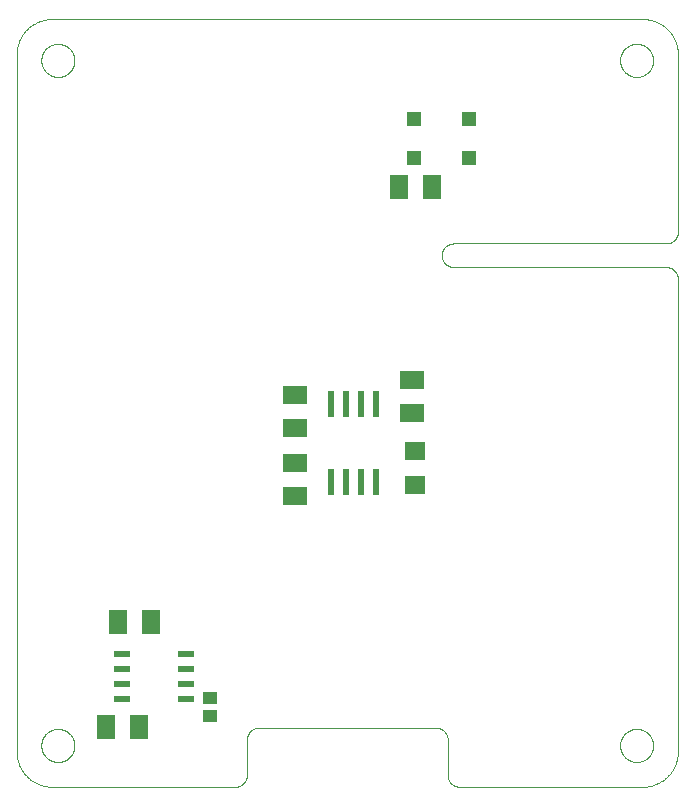
<source format=gtp>
G75*
%MOIN*%
%OFA0B0*%
%FSLAX25Y25*%
%IPPOS*%
%LPD*%
%AMOC8*
5,1,8,0,0,1.08239X$1,22.5*
%
%ADD10C,0.00000*%
%ADD11R,0.02362X0.08661*%
%ADD12R,0.05512X0.02362*%
%ADD13R,0.04921X0.03937*%
%ADD14R,0.05118X0.04724*%
%ADD15R,0.06299X0.07874*%
%ADD16R,0.07874X0.06299*%
%ADD17R,0.07087X0.06299*%
D10*
X0037312Y0035098D02*
X0098336Y0035098D01*
X0098460Y0035100D01*
X0098583Y0035106D01*
X0098707Y0035115D01*
X0098829Y0035129D01*
X0098952Y0035146D01*
X0099074Y0035168D01*
X0099195Y0035193D01*
X0099315Y0035222D01*
X0099434Y0035254D01*
X0099553Y0035291D01*
X0099670Y0035331D01*
X0099785Y0035374D01*
X0099900Y0035422D01*
X0100012Y0035473D01*
X0100123Y0035527D01*
X0100233Y0035585D01*
X0100340Y0035646D01*
X0100446Y0035711D01*
X0100549Y0035779D01*
X0100650Y0035850D01*
X0100749Y0035924D01*
X0100846Y0036001D01*
X0100940Y0036082D01*
X0101031Y0036165D01*
X0101120Y0036251D01*
X0101206Y0036340D01*
X0101289Y0036431D01*
X0101370Y0036525D01*
X0101447Y0036622D01*
X0101521Y0036721D01*
X0101592Y0036822D01*
X0101660Y0036925D01*
X0101725Y0037031D01*
X0101786Y0037138D01*
X0101844Y0037248D01*
X0101898Y0037359D01*
X0101949Y0037471D01*
X0101997Y0037586D01*
X0102040Y0037701D01*
X0102080Y0037818D01*
X0102117Y0037937D01*
X0102149Y0038056D01*
X0102178Y0038176D01*
X0102203Y0038297D01*
X0102225Y0038419D01*
X0102242Y0038542D01*
X0102256Y0038664D01*
X0102265Y0038788D01*
X0102271Y0038911D01*
X0102273Y0039035D01*
X0102273Y0050846D01*
X0102275Y0050970D01*
X0102281Y0051093D01*
X0102290Y0051217D01*
X0102304Y0051339D01*
X0102321Y0051462D01*
X0102343Y0051584D01*
X0102368Y0051705D01*
X0102397Y0051825D01*
X0102429Y0051944D01*
X0102466Y0052063D01*
X0102506Y0052180D01*
X0102549Y0052295D01*
X0102597Y0052410D01*
X0102648Y0052522D01*
X0102702Y0052633D01*
X0102760Y0052743D01*
X0102821Y0052850D01*
X0102886Y0052956D01*
X0102954Y0053059D01*
X0103025Y0053160D01*
X0103099Y0053259D01*
X0103176Y0053356D01*
X0103257Y0053450D01*
X0103340Y0053541D01*
X0103426Y0053630D01*
X0103515Y0053716D01*
X0103606Y0053799D01*
X0103700Y0053880D01*
X0103797Y0053957D01*
X0103896Y0054031D01*
X0103997Y0054102D01*
X0104100Y0054170D01*
X0104206Y0054235D01*
X0104313Y0054296D01*
X0104423Y0054354D01*
X0104534Y0054408D01*
X0104646Y0054459D01*
X0104761Y0054507D01*
X0104876Y0054550D01*
X0104993Y0054590D01*
X0105112Y0054627D01*
X0105231Y0054659D01*
X0105351Y0054688D01*
X0105472Y0054713D01*
X0105594Y0054735D01*
X0105717Y0054752D01*
X0105839Y0054766D01*
X0105963Y0054775D01*
X0106086Y0054781D01*
X0106210Y0054783D01*
X0165265Y0054783D01*
X0165389Y0054781D01*
X0165512Y0054775D01*
X0165636Y0054766D01*
X0165758Y0054752D01*
X0165881Y0054735D01*
X0166003Y0054713D01*
X0166124Y0054688D01*
X0166244Y0054659D01*
X0166363Y0054627D01*
X0166482Y0054590D01*
X0166599Y0054550D01*
X0166714Y0054507D01*
X0166829Y0054459D01*
X0166941Y0054408D01*
X0167052Y0054354D01*
X0167162Y0054296D01*
X0167269Y0054235D01*
X0167375Y0054170D01*
X0167478Y0054102D01*
X0167579Y0054031D01*
X0167678Y0053957D01*
X0167775Y0053880D01*
X0167869Y0053799D01*
X0167960Y0053716D01*
X0168049Y0053630D01*
X0168135Y0053541D01*
X0168218Y0053450D01*
X0168299Y0053356D01*
X0168376Y0053259D01*
X0168450Y0053160D01*
X0168521Y0053059D01*
X0168589Y0052956D01*
X0168654Y0052850D01*
X0168715Y0052743D01*
X0168773Y0052633D01*
X0168827Y0052522D01*
X0168878Y0052410D01*
X0168926Y0052295D01*
X0168969Y0052180D01*
X0169009Y0052063D01*
X0169046Y0051944D01*
X0169078Y0051825D01*
X0169107Y0051705D01*
X0169132Y0051584D01*
X0169154Y0051462D01*
X0169171Y0051339D01*
X0169185Y0051217D01*
X0169194Y0051093D01*
X0169200Y0050970D01*
X0169202Y0050846D01*
X0169202Y0039035D01*
X0169204Y0038911D01*
X0169210Y0038788D01*
X0169219Y0038664D01*
X0169233Y0038542D01*
X0169250Y0038419D01*
X0169272Y0038297D01*
X0169297Y0038176D01*
X0169326Y0038056D01*
X0169358Y0037937D01*
X0169395Y0037818D01*
X0169435Y0037701D01*
X0169478Y0037586D01*
X0169526Y0037471D01*
X0169577Y0037359D01*
X0169631Y0037248D01*
X0169689Y0037138D01*
X0169750Y0037031D01*
X0169815Y0036925D01*
X0169883Y0036822D01*
X0169954Y0036721D01*
X0170028Y0036622D01*
X0170105Y0036525D01*
X0170186Y0036431D01*
X0170269Y0036340D01*
X0170355Y0036251D01*
X0170444Y0036165D01*
X0170535Y0036082D01*
X0170629Y0036001D01*
X0170726Y0035924D01*
X0170825Y0035850D01*
X0170926Y0035779D01*
X0171029Y0035711D01*
X0171135Y0035646D01*
X0171242Y0035585D01*
X0171352Y0035527D01*
X0171463Y0035473D01*
X0171575Y0035422D01*
X0171690Y0035374D01*
X0171805Y0035331D01*
X0171922Y0035291D01*
X0172041Y0035254D01*
X0172160Y0035222D01*
X0172280Y0035193D01*
X0172401Y0035168D01*
X0172523Y0035146D01*
X0172646Y0035129D01*
X0172768Y0035115D01*
X0172892Y0035106D01*
X0173015Y0035100D01*
X0173139Y0035098D01*
X0234162Y0035098D01*
X0234447Y0035101D01*
X0234733Y0035112D01*
X0235018Y0035129D01*
X0235302Y0035153D01*
X0235586Y0035184D01*
X0235869Y0035222D01*
X0236150Y0035267D01*
X0236431Y0035318D01*
X0236711Y0035376D01*
X0236989Y0035441D01*
X0237265Y0035513D01*
X0237539Y0035591D01*
X0237812Y0035676D01*
X0238082Y0035768D01*
X0238350Y0035866D01*
X0238616Y0035970D01*
X0238879Y0036081D01*
X0239139Y0036198D01*
X0239397Y0036321D01*
X0239651Y0036451D01*
X0239902Y0036587D01*
X0240150Y0036728D01*
X0240394Y0036876D01*
X0240635Y0037029D01*
X0240871Y0037189D01*
X0241104Y0037354D01*
X0241333Y0037524D01*
X0241558Y0037700D01*
X0241778Y0037882D01*
X0241994Y0038068D01*
X0242205Y0038260D01*
X0242412Y0038457D01*
X0242614Y0038659D01*
X0242811Y0038866D01*
X0243003Y0039077D01*
X0243189Y0039293D01*
X0243371Y0039513D01*
X0243547Y0039738D01*
X0243717Y0039967D01*
X0243882Y0040200D01*
X0244042Y0040436D01*
X0244195Y0040677D01*
X0244343Y0040921D01*
X0244484Y0041169D01*
X0244620Y0041420D01*
X0244750Y0041674D01*
X0244873Y0041932D01*
X0244990Y0042192D01*
X0245101Y0042455D01*
X0245205Y0042721D01*
X0245303Y0042989D01*
X0245395Y0043259D01*
X0245480Y0043532D01*
X0245558Y0043806D01*
X0245630Y0044082D01*
X0245695Y0044360D01*
X0245753Y0044640D01*
X0245804Y0044921D01*
X0245849Y0045202D01*
X0245887Y0045485D01*
X0245918Y0045769D01*
X0245942Y0046053D01*
X0245959Y0046338D01*
X0245970Y0046624D01*
X0245973Y0046909D01*
X0245973Y0204390D01*
X0245971Y0204514D01*
X0245965Y0204637D01*
X0245956Y0204761D01*
X0245942Y0204883D01*
X0245925Y0205006D01*
X0245903Y0205128D01*
X0245878Y0205249D01*
X0245849Y0205369D01*
X0245817Y0205488D01*
X0245780Y0205607D01*
X0245740Y0205724D01*
X0245697Y0205839D01*
X0245649Y0205954D01*
X0245598Y0206066D01*
X0245544Y0206177D01*
X0245486Y0206287D01*
X0245425Y0206394D01*
X0245360Y0206500D01*
X0245292Y0206603D01*
X0245221Y0206704D01*
X0245147Y0206803D01*
X0245070Y0206900D01*
X0244989Y0206994D01*
X0244906Y0207085D01*
X0244820Y0207174D01*
X0244731Y0207260D01*
X0244640Y0207343D01*
X0244546Y0207424D01*
X0244449Y0207501D01*
X0244350Y0207575D01*
X0244249Y0207646D01*
X0244146Y0207714D01*
X0244040Y0207779D01*
X0243933Y0207840D01*
X0243823Y0207898D01*
X0243712Y0207952D01*
X0243600Y0208003D01*
X0243485Y0208051D01*
X0243370Y0208094D01*
X0243253Y0208134D01*
X0243134Y0208171D01*
X0243015Y0208203D01*
X0242895Y0208232D01*
X0242774Y0208257D01*
X0242652Y0208279D01*
X0242529Y0208296D01*
X0242407Y0208310D01*
X0242283Y0208319D01*
X0242160Y0208325D01*
X0242036Y0208327D01*
X0171170Y0208327D01*
X0171046Y0208329D01*
X0170923Y0208335D01*
X0170799Y0208344D01*
X0170677Y0208358D01*
X0170554Y0208375D01*
X0170432Y0208397D01*
X0170311Y0208422D01*
X0170191Y0208451D01*
X0170072Y0208483D01*
X0169953Y0208520D01*
X0169836Y0208560D01*
X0169721Y0208603D01*
X0169606Y0208651D01*
X0169494Y0208702D01*
X0169383Y0208756D01*
X0169273Y0208814D01*
X0169166Y0208875D01*
X0169060Y0208940D01*
X0168957Y0209008D01*
X0168856Y0209079D01*
X0168757Y0209153D01*
X0168660Y0209230D01*
X0168566Y0209311D01*
X0168475Y0209394D01*
X0168386Y0209480D01*
X0168300Y0209569D01*
X0168217Y0209660D01*
X0168136Y0209754D01*
X0168059Y0209851D01*
X0167985Y0209950D01*
X0167914Y0210051D01*
X0167846Y0210154D01*
X0167781Y0210260D01*
X0167720Y0210367D01*
X0167662Y0210477D01*
X0167608Y0210588D01*
X0167557Y0210700D01*
X0167509Y0210815D01*
X0167466Y0210930D01*
X0167426Y0211047D01*
X0167389Y0211166D01*
X0167357Y0211285D01*
X0167328Y0211405D01*
X0167303Y0211526D01*
X0167281Y0211648D01*
X0167264Y0211771D01*
X0167250Y0211893D01*
X0167241Y0212017D01*
X0167235Y0212140D01*
X0167233Y0212264D01*
X0167235Y0212388D01*
X0167241Y0212511D01*
X0167250Y0212635D01*
X0167264Y0212757D01*
X0167281Y0212880D01*
X0167303Y0213002D01*
X0167328Y0213123D01*
X0167357Y0213243D01*
X0167389Y0213362D01*
X0167426Y0213481D01*
X0167466Y0213598D01*
X0167509Y0213713D01*
X0167557Y0213828D01*
X0167608Y0213940D01*
X0167662Y0214051D01*
X0167720Y0214161D01*
X0167781Y0214268D01*
X0167846Y0214374D01*
X0167914Y0214477D01*
X0167985Y0214578D01*
X0168059Y0214677D01*
X0168136Y0214774D01*
X0168217Y0214868D01*
X0168300Y0214959D01*
X0168386Y0215048D01*
X0168475Y0215134D01*
X0168566Y0215217D01*
X0168660Y0215298D01*
X0168757Y0215375D01*
X0168856Y0215449D01*
X0168957Y0215520D01*
X0169060Y0215588D01*
X0169166Y0215653D01*
X0169273Y0215714D01*
X0169383Y0215772D01*
X0169494Y0215826D01*
X0169606Y0215877D01*
X0169721Y0215925D01*
X0169836Y0215968D01*
X0169953Y0216008D01*
X0170072Y0216045D01*
X0170191Y0216077D01*
X0170311Y0216106D01*
X0170432Y0216131D01*
X0170554Y0216153D01*
X0170677Y0216170D01*
X0170799Y0216184D01*
X0170923Y0216193D01*
X0171046Y0216199D01*
X0171170Y0216201D01*
X0242036Y0216201D01*
X0242160Y0216203D01*
X0242283Y0216209D01*
X0242407Y0216218D01*
X0242529Y0216232D01*
X0242652Y0216249D01*
X0242774Y0216271D01*
X0242895Y0216296D01*
X0243015Y0216325D01*
X0243134Y0216357D01*
X0243253Y0216394D01*
X0243370Y0216434D01*
X0243485Y0216477D01*
X0243600Y0216525D01*
X0243712Y0216576D01*
X0243823Y0216630D01*
X0243933Y0216688D01*
X0244040Y0216749D01*
X0244146Y0216814D01*
X0244249Y0216882D01*
X0244350Y0216953D01*
X0244449Y0217027D01*
X0244546Y0217104D01*
X0244640Y0217185D01*
X0244731Y0217268D01*
X0244820Y0217354D01*
X0244906Y0217443D01*
X0244989Y0217534D01*
X0245070Y0217628D01*
X0245147Y0217725D01*
X0245221Y0217824D01*
X0245292Y0217925D01*
X0245360Y0218028D01*
X0245425Y0218134D01*
X0245486Y0218241D01*
X0245544Y0218351D01*
X0245598Y0218462D01*
X0245649Y0218574D01*
X0245697Y0218689D01*
X0245740Y0218804D01*
X0245780Y0218921D01*
X0245817Y0219040D01*
X0245849Y0219159D01*
X0245878Y0219279D01*
X0245903Y0219400D01*
X0245925Y0219522D01*
X0245942Y0219645D01*
X0245956Y0219767D01*
X0245965Y0219891D01*
X0245971Y0220014D01*
X0245973Y0220138D01*
X0245973Y0279193D01*
X0245970Y0279478D01*
X0245959Y0279764D01*
X0245942Y0280049D01*
X0245918Y0280333D01*
X0245887Y0280617D01*
X0245849Y0280900D01*
X0245804Y0281181D01*
X0245753Y0281462D01*
X0245695Y0281742D01*
X0245630Y0282020D01*
X0245558Y0282296D01*
X0245480Y0282570D01*
X0245395Y0282843D01*
X0245303Y0283113D01*
X0245205Y0283381D01*
X0245101Y0283647D01*
X0244990Y0283910D01*
X0244873Y0284170D01*
X0244750Y0284428D01*
X0244620Y0284682D01*
X0244484Y0284933D01*
X0244343Y0285181D01*
X0244195Y0285425D01*
X0244042Y0285666D01*
X0243882Y0285902D01*
X0243717Y0286135D01*
X0243547Y0286364D01*
X0243371Y0286589D01*
X0243189Y0286809D01*
X0243003Y0287025D01*
X0242811Y0287236D01*
X0242614Y0287443D01*
X0242412Y0287645D01*
X0242205Y0287842D01*
X0241994Y0288034D01*
X0241778Y0288220D01*
X0241558Y0288402D01*
X0241333Y0288578D01*
X0241104Y0288748D01*
X0240871Y0288913D01*
X0240635Y0289073D01*
X0240394Y0289226D01*
X0240150Y0289374D01*
X0239902Y0289515D01*
X0239651Y0289651D01*
X0239397Y0289781D01*
X0239139Y0289904D01*
X0238879Y0290021D01*
X0238616Y0290132D01*
X0238350Y0290236D01*
X0238082Y0290334D01*
X0237812Y0290426D01*
X0237539Y0290511D01*
X0237265Y0290589D01*
X0236989Y0290661D01*
X0236711Y0290726D01*
X0236431Y0290784D01*
X0236150Y0290835D01*
X0235869Y0290880D01*
X0235586Y0290918D01*
X0235302Y0290949D01*
X0235018Y0290973D01*
X0234733Y0290990D01*
X0234447Y0291001D01*
X0234162Y0291004D01*
X0037312Y0291004D01*
X0037027Y0291001D01*
X0036741Y0290990D01*
X0036456Y0290973D01*
X0036172Y0290949D01*
X0035888Y0290918D01*
X0035605Y0290880D01*
X0035324Y0290835D01*
X0035043Y0290784D01*
X0034763Y0290726D01*
X0034485Y0290661D01*
X0034209Y0290589D01*
X0033935Y0290511D01*
X0033662Y0290426D01*
X0033392Y0290334D01*
X0033124Y0290236D01*
X0032858Y0290132D01*
X0032595Y0290021D01*
X0032335Y0289904D01*
X0032077Y0289781D01*
X0031823Y0289651D01*
X0031572Y0289515D01*
X0031324Y0289374D01*
X0031080Y0289226D01*
X0030839Y0289073D01*
X0030603Y0288913D01*
X0030370Y0288748D01*
X0030141Y0288578D01*
X0029916Y0288402D01*
X0029696Y0288220D01*
X0029480Y0288034D01*
X0029269Y0287842D01*
X0029062Y0287645D01*
X0028860Y0287443D01*
X0028663Y0287236D01*
X0028471Y0287025D01*
X0028285Y0286809D01*
X0028103Y0286589D01*
X0027927Y0286364D01*
X0027757Y0286135D01*
X0027592Y0285902D01*
X0027432Y0285666D01*
X0027279Y0285425D01*
X0027131Y0285181D01*
X0026990Y0284933D01*
X0026854Y0284682D01*
X0026724Y0284428D01*
X0026601Y0284170D01*
X0026484Y0283910D01*
X0026373Y0283647D01*
X0026269Y0283381D01*
X0026171Y0283113D01*
X0026079Y0282843D01*
X0025994Y0282570D01*
X0025916Y0282296D01*
X0025844Y0282020D01*
X0025779Y0281742D01*
X0025721Y0281462D01*
X0025670Y0281181D01*
X0025625Y0280900D01*
X0025587Y0280617D01*
X0025556Y0280333D01*
X0025532Y0280049D01*
X0025515Y0279764D01*
X0025504Y0279478D01*
X0025501Y0279193D01*
X0025501Y0046909D01*
X0025504Y0046624D01*
X0025515Y0046338D01*
X0025532Y0046053D01*
X0025556Y0045769D01*
X0025587Y0045485D01*
X0025625Y0045202D01*
X0025670Y0044921D01*
X0025721Y0044640D01*
X0025779Y0044360D01*
X0025844Y0044082D01*
X0025916Y0043806D01*
X0025994Y0043532D01*
X0026079Y0043259D01*
X0026171Y0042989D01*
X0026269Y0042721D01*
X0026373Y0042455D01*
X0026484Y0042192D01*
X0026601Y0041932D01*
X0026724Y0041674D01*
X0026854Y0041420D01*
X0026990Y0041169D01*
X0027131Y0040921D01*
X0027279Y0040677D01*
X0027432Y0040436D01*
X0027592Y0040200D01*
X0027757Y0039967D01*
X0027927Y0039738D01*
X0028103Y0039513D01*
X0028285Y0039293D01*
X0028471Y0039077D01*
X0028663Y0038866D01*
X0028860Y0038659D01*
X0029062Y0038457D01*
X0029269Y0038260D01*
X0029480Y0038068D01*
X0029696Y0037882D01*
X0029916Y0037700D01*
X0030141Y0037524D01*
X0030370Y0037354D01*
X0030603Y0037189D01*
X0030839Y0037029D01*
X0031080Y0036876D01*
X0031324Y0036728D01*
X0031572Y0036587D01*
X0031823Y0036451D01*
X0032077Y0036321D01*
X0032335Y0036198D01*
X0032595Y0036081D01*
X0032858Y0035970D01*
X0033124Y0035866D01*
X0033392Y0035768D01*
X0033662Y0035676D01*
X0033935Y0035591D01*
X0034209Y0035513D01*
X0034485Y0035441D01*
X0034763Y0035376D01*
X0035043Y0035318D01*
X0035324Y0035267D01*
X0035605Y0035222D01*
X0035888Y0035184D01*
X0036172Y0035153D01*
X0036456Y0035129D01*
X0036741Y0035112D01*
X0037027Y0035101D01*
X0037312Y0035098D01*
X0033765Y0048883D02*
X0033767Y0049031D01*
X0033773Y0049179D01*
X0033783Y0049327D01*
X0033797Y0049474D01*
X0033815Y0049621D01*
X0033836Y0049767D01*
X0033862Y0049913D01*
X0033892Y0050058D01*
X0033925Y0050202D01*
X0033963Y0050345D01*
X0034004Y0050487D01*
X0034049Y0050628D01*
X0034097Y0050768D01*
X0034150Y0050907D01*
X0034206Y0051044D01*
X0034266Y0051179D01*
X0034329Y0051313D01*
X0034396Y0051445D01*
X0034467Y0051575D01*
X0034541Y0051703D01*
X0034618Y0051829D01*
X0034699Y0051953D01*
X0034783Y0052075D01*
X0034870Y0052194D01*
X0034961Y0052311D01*
X0035055Y0052426D01*
X0035151Y0052538D01*
X0035251Y0052648D01*
X0035353Y0052754D01*
X0035459Y0052858D01*
X0035567Y0052959D01*
X0035678Y0053057D01*
X0035791Y0053153D01*
X0035907Y0053245D01*
X0036025Y0053334D01*
X0036146Y0053419D01*
X0036269Y0053502D01*
X0036394Y0053581D01*
X0036521Y0053657D01*
X0036650Y0053729D01*
X0036781Y0053798D01*
X0036914Y0053863D01*
X0037049Y0053924D01*
X0037185Y0053982D01*
X0037322Y0054037D01*
X0037461Y0054087D01*
X0037602Y0054134D01*
X0037743Y0054177D01*
X0037886Y0054217D01*
X0038030Y0054252D01*
X0038174Y0054284D01*
X0038320Y0054311D01*
X0038466Y0054335D01*
X0038613Y0054355D01*
X0038760Y0054371D01*
X0038907Y0054383D01*
X0039055Y0054391D01*
X0039203Y0054395D01*
X0039351Y0054395D01*
X0039499Y0054391D01*
X0039647Y0054383D01*
X0039794Y0054371D01*
X0039941Y0054355D01*
X0040088Y0054335D01*
X0040234Y0054311D01*
X0040380Y0054284D01*
X0040524Y0054252D01*
X0040668Y0054217D01*
X0040811Y0054177D01*
X0040952Y0054134D01*
X0041093Y0054087D01*
X0041232Y0054037D01*
X0041369Y0053982D01*
X0041505Y0053924D01*
X0041640Y0053863D01*
X0041773Y0053798D01*
X0041904Y0053729D01*
X0042033Y0053657D01*
X0042160Y0053581D01*
X0042285Y0053502D01*
X0042408Y0053419D01*
X0042529Y0053334D01*
X0042647Y0053245D01*
X0042763Y0053153D01*
X0042876Y0053057D01*
X0042987Y0052959D01*
X0043095Y0052858D01*
X0043201Y0052754D01*
X0043303Y0052648D01*
X0043403Y0052538D01*
X0043499Y0052426D01*
X0043593Y0052311D01*
X0043684Y0052194D01*
X0043771Y0052075D01*
X0043855Y0051953D01*
X0043936Y0051829D01*
X0044013Y0051703D01*
X0044087Y0051575D01*
X0044158Y0051445D01*
X0044225Y0051313D01*
X0044288Y0051179D01*
X0044348Y0051044D01*
X0044404Y0050907D01*
X0044457Y0050768D01*
X0044505Y0050628D01*
X0044550Y0050487D01*
X0044591Y0050345D01*
X0044629Y0050202D01*
X0044662Y0050058D01*
X0044692Y0049913D01*
X0044718Y0049767D01*
X0044739Y0049621D01*
X0044757Y0049474D01*
X0044771Y0049327D01*
X0044781Y0049179D01*
X0044787Y0049031D01*
X0044789Y0048883D01*
X0044787Y0048735D01*
X0044781Y0048587D01*
X0044771Y0048439D01*
X0044757Y0048292D01*
X0044739Y0048145D01*
X0044718Y0047999D01*
X0044692Y0047853D01*
X0044662Y0047708D01*
X0044629Y0047564D01*
X0044591Y0047421D01*
X0044550Y0047279D01*
X0044505Y0047138D01*
X0044457Y0046998D01*
X0044404Y0046859D01*
X0044348Y0046722D01*
X0044288Y0046587D01*
X0044225Y0046453D01*
X0044158Y0046321D01*
X0044087Y0046191D01*
X0044013Y0046063D01*
X0043936Y0045937D01*
X0043855Y0045813D01*
X0043771Y0045691D01*
X0043684Y0045572D01*
X0043593Y0045455D01*
X0043499Y0045340D01*
X0043403Y0045228D01*
X0043303Y0045118D01*
X0043201Y0045012D01*
X0043095Y0044908D01*
X0042987Y0044807D01*
X0042876Y0044709D01*
X0042763Y0044613D01*
X0042647Y0044521D01*
X0042529Y0044432D01*
X0042408Y0044347D01*
X0042285Y0044264D01*
X0042160Y0044185D01*
X0042033Y0044109D01*
X0041904Y0044037D01*
X0041773Y0043968D01*
X0041640Y0043903D01*
X0041505Y0043842D01*
X0041369Y0043784D01*
X0041232Y0043729D01*
X0041093Y0043679D01*
X0040952Y0043632D01*
X0040811Y0043589D01*
X0040668Y0043549D01*
X0040524Y0043514D01*
X0040380Y0043482D01*
X0040234Y0043455D01*
X0040088Y0043431D01*
X0039941Y0043411D01*
X0039794Y0043395D01*
X0039647Y0043383D01*
X0039499Y0043375D01*
X0039351Y0043371D01*
X0039203Y0043371D01*
X0039055Y0043375D01*
X0038907Y0043383D01*
X0038760Y0043395D01*
X0038613Y0043411D01*
X0038466Y0043431D01*
X0038320Y0043455D01*
X0038174Y0043482D01*
X0038030Y0043514D01*
X0037886Y0043549D01*
X0037743Y0043589D01*
X0037602Y0043632D01*
X0037461Y0043679D01*
X0037322Y0043729D01*
X0037185Y0043784D01*
X0037049Y0043842D01*
X0036914Y0043903D01*
X0036781Y0043968D01*
X0036650Y0044037D01*
X0036521Y0044109D01*
X0036394Y0044185D01*
X0036269Y0044264D01*
X0036146Y0044347D01*
X0036025Y0044432D01*
X0035907Y0044521D01*
X0035791Y0044613D01*
X0035678Y0044709D01*
X0035567Y0044807D01*
X0035459Y0044908D01*
X0035353Y0045012D01*
X0035251Y0045118D01*
X0035151Y0045228D01*
X0035055Y0045340D01*
X0034961Y0045455D01*
X0034870Y0045572D01*
X0034783Y0045691D01*
X0034699Y0045813D01*
X0034618Y0045937D01*
X0034541Y0046063D01*
X0034467Y0046191D01*
X0034396Y0046321D01*
X0034329Y0046453D01*
X0034266Y0046587D01*
X0034206Y0046722D01*
X0034150Y0046859D01*
X0034097Y0046998D01*
X0034049Y0047138D01*
X0034004Y0047279D01*
X0033963Y0047421D01*
X0033925Y0047564D01*
X0033892Y0047708D01*
X0033862Y0047853D01*
X0033836Y0047999D01*
X0033815Y0048145D01*
X0033797Y0048292D01*
X0033783Y0048439D01*
X0033773Y0048587D01*
X0033767Y0048735D01*
X0033765Y0048883D01*
X0226679Y0048883D02*
X0226681Y0049031D01*
X0226687Y0049179D01*
X0226697Y0049327D01*
X0226711Y0049474D01*
X0226729Y0049621D01*
X0226750Y0049767D01*
X0226776Y0049913D01*
X0226806Y0050058D01*
X0226839Y0050202D01*
X0226877Y0050345D01*
X0226918Y0050487D01*
X0226963Y0050628D01*
X0227011Y0050768D01*
X0227064Y0050907D01*
X0227120Y0051044D01*
X0227180Y0051179D01*
X0227243Y0051313D01*
X0227310Y0051445D01*
X0227381Y0051575D01*
X0227455Y0051703D01*
X0227532Y0051829D01*
X0227613Y0051953D01*
X0227697Y0052075D01*
X0227784Y0052194D01*
X0227875Y0052311D01*
X0227969Y0052426D01*
X0228065Y0052538D01*
X0228165Y0052648D01*
X0228267Y0052754D01*
X0228373Y0052858D01*
X0228481Y0052959D01*
X0228592Y0053057D01*
X0228705Y0053153D01*
X0228821Y0053245D01*
X0228939Y0053334D01*
X0229060Y0053419D01*
X0229183Y0053502D01*
X0229308Y0053581D01*
X0229435Y0053657D01*
X0229564Y0053729D01*
X0229695Y0053798D01*
X0229828Y0053863D01*
X0229963Y0053924D01*
X0230099Y0053982D01*
X0230236Y0054037D01*
X0230375Y0054087D01*
X0230516Y0054134D01*
X0230657Y0054177D01*
X0230800Y0054217D01*
X0230944Y0054252D01*
X0231088Y0054284D01*
X0231234Y0054311D01*
X0231380Y0054335D01*
X0231527Y0054355D01*
X0231674Y0054371D01*
X0231821Y0054383D01*
X0231969Y0054391D01*
X0232117Y0054395D01*
X0232265Y0054395D01*
X0232413Y0054391D01*
X0232561Y0054383D01*
X0232708Y0054371D01*
X0232855Y0054355D01*
X0233002Y0054335D01*
X0233148Y0054311D01*
X0233294Y0054284D01*
X0233438Y0054252D01*
X0233582Y0054217D01*
X0233725Y0054177D01*
X0233866Y0054134D01*
X0234007Y0054087D01*
X0234146Y0054037D01*
X0234283Y0053982D01*
X0234419Y0053924D01*
X0234554Y0053863D01*
X0234687Y0053798D01*
X0234818Y0053729D01*
X0234947Y0053657D01*
X0235074Y0053581D01*
X0235199Y0053502D01*
X0235322Y0053419D01*
X0235443Y0053334D01*
X0235561Y0053245D01*
X0235677Y0053153D01*
X0235790Y0053057D01*
X0235901Y0052959D01*
X0236009Y0052858D01*
X0236115Y0052754D01*
X0236217Y0052648D01*
X0236317Y0052538D01*
X0236413Y0052426D01*
X0236507Y0052311D01*
X0236598Y0052194D01*
X0236685Y0052075D01*
X0236769Y0051953D01*
X0236850Y0051829D01*
X0236927Y0051703D01*
X0237001Y0051575D01*
X0237072Y0051445D01*
X0237139Y0051313D01*
X0237202Y0051179D01*
X0237262Y0051044D01*
X0237318Y0050907D01*
X0237371Y0050768D01*
X0237419Y0050628D01*
X0237464Y0050487D01*
X0237505Y0050345D01*
X0237543Y0050202D01*
X0237576Y0050058D01*
X0237606Y0049913D01*
X0237632Y0049767D01*
X0237653Y0049621D01*
X0237671Y0049474D01*
X0237685Y0049327D01*
X0237695Y0049179D01*
X0237701Y0049031D01*
X0237703Y0048883D01*
X0237701Y0048735D01*
X0237695Y0048587D01*
X0237685Y0048439D01*
X0237671Y0048292D01*
X0237653Y0048145D01*
X0237632Y0047999D01*
X0237606Y0047853D01*
X0237576Y0047708D01*
X0237543Y0047564D01*
X0237505Y0047421D01*
X0237464Y0047279D01*
X0237419Y0047138D01*
X0237371Y0046998D01*
X0237318Y0046859D01*
X0237262Y0046722D01*
X0237202Y0046587D01*
X0237139Y0046453D01*
X0237072Y0046321D01*
X0237001Y0046191D01*
X0236927Y0046063D01*
X0236850Y0045937D01*
X0236769Y0045813D01*
X0236685Y0045691D01*
X0236598Y0045572D01*
X0236507Y0045455D01*
X0236413Y0045340D01*
X0236317Y0045228D01*
X0236217Y0045118D01*
X0236115Y0045012D01*
X0236009Y0044908D01*
X0235901Y0044807D01*
X0235790Y0044709D01*
X0235677Y0044613D01*
X0235561Y0044521D01*
X0235443Y0044432D01*
X0235322Y0044347D01*
X0235199Y0044264D01*
X0235074Y0044185D01*
X0234947Y0044109D01*
X0234818Y0044037D01*
X0234687Y0043968D01*
X0234554Y0043903D01*
X0234419Y0043842D01*
X0234283Y0043784D01*
X0234146Y0043729D01*
X0234007Y0043679D01*
X0233866Y0043632D01*
X0233725Y0043589D01*
X0233582Y0043549D01*
X0233438Y0043514D01*
X0233294Y0043482D01*
X0233148Y0043455D01*
X0233002Y0043431D01*
X0232855Y0043411D01*
X0232708Y0043395D01*
X0232561Y0043383D01*
X0232413Y0043375D01*
X0232265Y0043371D01*
X0232117Y0043371D01*
X0231969Y0043375D01*
X0231821Y0043383D01*
X0231674Y0043395D01*
X0231527Y0043411D01*
X0231380Y0043431D01*
X0231234Y0043455D01*
X0231088Y0043482D01*
X0230944Y0043514D01*
X0230800Y0043549D01*
X0230657Y0043589D01*
X0230516Y0043632D01*
X0230375Y0043679D01*
X0230236Y0043729D01*
X0230099Y0043784D01*
X0229963Y0043842D01*
X0229828Y0043903D01*
X0229695Y0043968D01*
X0229564Y0044037D01*
X0229435Y0044109D01*
X0229308Y0044185D01*
X0229183Y0044264D01*
X0229060Y0044347D01*
X0228939Y0044432D01*
X0228821Y0044521D01*
X0228705Y0044613D01*
X0228592Y0044709D01*
X0228481Y0044807D01*
X0228373Y0044908D01*
X0228267Y0045012D01*
X0228165Y0045118D01*
X0228065Y0045228D01*
X0227969Y0045340D01*
X0227875Y0045455D01*
X0227784Y0045572D01*
X0227697Y0045691D01*
X0227613Y0045813D01*
X0227532Y0045937D01*
X0227455Y0046063D01*
X0227381Y0046191D01*
X0227310Y0046321D01*
X0227243Y0046453D01*
X0227180Y0046587D01*
X0227120Y0046722D01*
X0227064Y0046859D01*
X0227011Y0046998D01*
X0226963Y0047138D01*
X0226918Y0047279D01*
X0226877Y0047421D01*
X0226839Y0047564D01*
X0226806Y0047708D01*
X0226776Y0047853D01*
X0226750Y0047999D01*
X0226729Y0048145D01*
X0226711Y0048292D01*
X0226697Y0048439D01*
X0226687Y0048587D01*
X0226681Y0048735D01*
X0226679Y0048883D01*
X0226679Y0277230D02*
X0226681Y0277378D01*
X0226687Y0277526D01*
X0226697Y0277674D01*
X0226711Y0277821D01*
X0226729Y0277968D01*
X0226750Y0278114D01*
X0226776Y0278260D01*
X0226806Y0278405D01*
X0226839Y0278549D01*
X0226877Y0278692D01*
X0226918Y0278834D01*
X0226963Y0278975D01*
X0227011Y0279115D01*
X0227064Y0279254D01*
X0227120Y0279391D01*
X0227180Y0279526D01*
X0227243Y0279660D01*
X0227310Y0279792D01*
X0227381Y0279922D01*
X0227455Y0280050D01*
X0227532Y0280176D01*
X0227613Y0280300D01*
X0227697Y0280422D01*
X0227784Y0280541D01*
X0227875Y0280658D01*
X0227969Y0280773D01*
X0228065Y0280885D01*
X0228165Y0280995D01*
X0228267Y0281101D01*
X0228373Y0281205D01*
X0228481Y0281306D01*
X0228592Y0281404D01*
X0228705Y0281500D01*
X0228821Y0281592D01*
X0228939Y0281681D01*
X0229060Y0281766D01*
X0229183Y0281849D01*
X0229308Y0281928D01*
X0229435Y0282004D01*
X0229564Y0282076D01*
X0229695Y0282145D01*
X0229828Y0282210D01*
X0229963Y0282271D01*
X0230099Y0282329D01*
X0230236Y0282384D01*
X0230375Y0282434D01*
X0230516Y0282481D01*
X0230657Y0282524D01*
X0230800Y0282564D01*
X0230944Y0282599D01*
X0231088Y0282631D01*
X0231234Y0282658D01*
X0231380Y0282682D01*
X0231527Y0282702D01*
X0231674Y0282718D01*
X0231821Y0282730D01*
X0231969Y0282738D01*
X0232117Y0282742D01*
X0232265Y0282742D01*
X0232413Y0282738D01*
X0232561Y0282730D01*
X0232708Y0282718D01*
X0232855Y0282702D01*
X0233002Y0282682D01*
X0233148Y0282658D01*
X0233294Y0282631D01*
X0233438Y0282599D01*
X0233582Y0282564D01*
X0233725Y0282524D01*
X0233866Y0282481D01*
X0234007Y0282434D01*
X0234146Y0282384D01*
X0234283Y0282329D01*
X0234419Y0282271D01*
X0234554Y0282210D01*
X0234687Y0282145D01*
X0234818Y0282076D01*
X0234947Y0282004D01*
X0235074Y0281928D01*
X0235199Y0281849D01*
X0235322Y0281766D01*
X0235443Y0281681D01*
X0235561Y0281592D01*
X0235677Y0281500D01*
X0235790Y0281404D01*
X0235901Y0281306D01*
X0236009Y0281205D01*
X0236115Y0281101D01*
X0236217Y0280995D01*
X0236317Y0280885D01*
X0236413Y0280773D01*
X0236507Y0280658D01*
X0236598Y0280541D01*
X0236685Y0280422D01*
X0236769Y0280300D01*
X0236850Y0280176D01*
X0236927Y0280050D01*
X0237001Y0279922D01*
X0237072Y0279792D01*
X0237139Y0279660D01*
X0237202Y0279526D01*
X0237262Y0279391D01*
X0237318Y0279254D01*
X0237371Y0279115D01*
X0237419Y0278975D01*
X0237464Y0278834D01*
X0237505Y0278692D01*
X0237543Y0278549D01*
X0237576Y0278405D01*
X0237606Y0278260D01*
X0237632Y0278114D01*
X0237653Y0277968D01*
X0237671Y0277821D01*
X0237685Y0277674D01*
X0237695Y0277526D01*
X0237701Y0277378D01*
X0237703Y0277230D01*
X0237701Y0277082D01*
X0237695Y0276934D01*
X0237685Y0276786D01*
X0237671Y0276639D01*
X0237653Y0276492D01*
X0237632Y0276346D01*
X0237606Y0276200D01*
X0237576Y0276055D01*
X0237543Y0275911D01*
X0237505Y0275768D01*
X0237464Y0275626D01*
X0237419Y0275485D01*
X0237371Y0275345D01*
X0237318Y0275206D01*
X0237262Y0275069D01*
X0237202Y0274934D01*
X0237139Y0274800D01*
X0237072Y0274668D01*
X0237001Y0274538D01*
X0236927Y0274410D01*
X0236850Y0274284D01*
X0236769Y0274160D01*
X0236685Y0274038D01*
X0236598Y0273919D01*
X0236507Y0273802D01*
X0236413Y0273687D01*
X0236317Y0273575D01*
X0236217Y0273465D01*
X0236115Y0273359D01*
X0236009Y0273255D01*
X0235901Y0273154D01*
X0235790Y0273056D01*
X0235677Y0272960D01*
X0235561Y0272868D01*
X0235443Y0272779D01*
X0235322Y0272694D01*
X0235199Y0272611D01*
X0235074Y0272532D01*
X0234947Y0272456D01*
X0234818Y0272384D01*
X0234687Y0272315D01*
X0234554Y0272250D01*
X0234419Y0272189D01*
X0234283Y0272131D01*
X0234146Y0272076D01*
X0234007Y0272026D01*
X0233866Y0271979D01*
X0233725Y0271936D01*
X0233582Y0271896D01*
X0233438Y0271861D01*
X0233294Y0271829D01*
X0233148Y0271802D01*
X0233002Y0271778D01*
X0232855Y0271758D01*
X0232708Y0271742D01*
X0232561Y0271730D01*
X0232413Y0271722D01*
X0232265Y0271718D01*
X0232117Y0271718D01*
X0231969Y0271722D01*
X0231821Y0271730D01*
X0231674Y0271742D01*
X0231527Y0271758D01*
X0231380Y0271778D01*
X0231234Y0271802D01*
X0231088Y0271829D01*
X0230944Y0271861D01*
X0230800Y0271896D01*
X0230657Y0271936D01*
X0230516Y0271979D01*
X0230375Y0272026D01*
X0230236Y0272076D01*
X0230099Y0272131D01*
X0229963Y0272189D01*
X0229828Y0272250D01*
X0229695Y0272315D01*
X0229564Y0272384D01*
X0229435Y0272456D01*
X0229308Y0272532D01*
X0229183Y0272611D01*
X0229060Y0272694D01*
X0228939Y0272779D01*
X0228821Y0272868D01*
X0228705Y0272960D01*
X0228592Y0273056D01*
X0228481Y0273154D01*
X0228373Y0273255D01*
X0228267Y0273359D01*
X0228165Y0273465D01*
X0228065Y0273575D01*
X0227969Y0273687D01*
X0227875Y0273802D01*
X0227784Y0273919D01*
X0227697Y0274038D01*
X0227613Y0274160D01*
X0227532Y0274284D01*
X0227455Y0274410D01*
X0227381Y0274538D01*
X0227310Y0274668D01*
X0227243Y0274800D01*
X0227180Y0274934D01*
X0227120Y0275069D01*
X0227064Y0275206D01*
X0227011Y0275345D01*
X0226963Y0275485D01*
X0226918Y0275626D01*
X0226877Y0275768D01*
X0226839Y0275911D01*
X0226806Y0276055D01*
X0226776Y0276200D01*
X0226750Y0276346D01*
X0226729Y0276492D01*
X0226711Y0276639D01*
X0226697Y0276786D01*
X0226687Y0276934D01*
X0226681Y0277082D01*
X0226679Y0277230D01*
X0033765Y0277230D02*
X0033767Y0277378D01*
X0033773Y0277526D01*
X0033783Y0277674D01*
X0033797Y0277821D01*
X0033815Y0277968D01*
X0033836Y0278114D01*
X0033862Y0278260D01*
X0033892Y0278405D01*
X0033925Y0278549D01*
X0033963Y0278692D01*
X0034004Y0278834D01*
X0034049Y0278975D01*
X0034097Y0279115D01*
X0034150Y0279254D01*
X0034206Y0279391D01*
X0034266Y0279526D01*
X0034329Y0279660D01*
X0034396Y0279792D01*
X0034467Y0279922D01*
X0034541Y0280050D01*
X0034618Y0280176D01*
X0034699Y0280300D01*
X0034783Y0280422D01*
X0034870Y0280541D01*
X0034961Y0280658D01*
X0035055Y0280773D01*
X0035151Y0280885D01*
X0035251Y0280995D01*
X0035353Y0281101D01*
X0035459Y0281205D01*
X0035567Y0281306D01*
X0035678Y0281404D01*
X0035791Y0281500D01*
X0035907Y0281592D01*
X0036025Y0281681D01*
X0036146Y0281766D01*
X0036269Y0281849D01*
X0036394Y0281928D01*
X0036521Y0282004D01*
X0036650Y0282076D01*
X0036781Y0282145D01*
X0036914Y0282210D01*
X0037049Y0282271D01*
X0037185Y0282329D01*
X0037322Y0282384D01*
X0037461Y0282434D01*
X0037602Y0282481D01*
X0037743Y0282524D01*
X0037886Y0282564D01*
X0038030Y0282599D01*
X0038174Y0282631D01*
X0038320Y0282658D01*
X0038466Y0282682D01*
X0038613Y0282702D01*
X0038760Y0282718D01*
X0038907Y0282730D01*
X0039055Y0282738D01*
X0039203Y0282742D01*
X0039351Y0282742D01*
X0039499Y0282738D01*
X0039647Y0282730D01*
X0039794Y0282718D01*
X0039941Y0282702D01*
X0040088Y0282682D01*
X0040234Y0282658D01*
X0040380Y0282631D01*
X0040524Y0282599D01*
X0040668Y0282564D01*
X0040811Y0282524D01*
X0040952Y0282481D01*
X0041093Y0282434D01*
X0041232Y0282384D01*
X0041369Y0282329D01*
X0041505Y0282271D01*
X0041640Y0282210D01*
X0041773Y0282145D01*
X0041904Y0282076D01*
X0042033Y0282004D01*
X0042160Y0281928D01*
X0042285Y0281849D01*
X0042408Y0281766D01*
X0042529Y0281681D01*
X0042647Y0281592D01*
X0042763Y0281500D01*
X0042876Y0281404D01*
X0042987Y0281306D01*
X0043095Y0281205D01*
X0043201Y0281101D01*
X0043303Y0280995D01*
X0043403Y0280885D01*
X0043499Y0280773D01*
X0043593Y0280658D01*
X0043684Y0280541D01*
X0043771Y0280422D01*
X0043855Y0280300D01*
X0043936Y0280176D01*
X0044013Y0280050D01*
X0044087Y0279922D01*
X0044158Y0279792D01*
X0044225Y0279660D01*
X0044288Y0279526D01*
X0044348Y0279391D01*
X0044404Y0279254D01*
X0044457Y0279115D01*
X0044505Y0278975D01*
X0044550Y0278834D01*
X0044591Y0278692D01*
X0044629Y0278549D01*
X0044662Y0278405D01*
X0044692Y0278260D01*
X0044718Y0278114D01*
X0044739Y0277968D01*
X0044757Y0277821D01*
X0044771Y0277674D01*
X0044781Y0277526D01*
X0044787Y0277378D01*
X0044789Y0277230D01*
X0044787Y0277082D01*
X0044781Y0276934D01*
X0044771Y0276786D01*
X0044757Y0276639D01*
X0044739Y0276492D01*
X0044718Y0276346D01*
X0044692Y0276200D01*
X0044662Y0276055D01*
X0044629Y0275911D01*
X0044591Y0275768D01*
X0044550Y0275626D01*
X0044505Y0275485D01*
X0044457Y0275345D01*
X0044404Y0275206D01*
X0044348Y0275069D01*
X0044288Y0274934D01*
X0044225Y0274800D01*
X0044158Y0274668D01*
X0044087Y0274538D01*
X0044013Y0274410D01*
X0043936Y0274284D01*
X0043855Y0274160D01*
X0043771Y0274038D01*
X0043684Y0273919D01*
X0043593Y0273802D01*
X0043499Y0273687D01*
X0043403Y0273575D01*
X0043303Y0273465D01*
X0043201Y0273359D01*
X0043095Y0273255D01*
X0042987Y0273154D01*
X0042876Y0273056D01*
X0042763Y0272960D01*
X0042647Y0272868D01*
X0042529Y0272779D01*
X0042408Y0272694D01*
X0042285Y0272611D01*
X0042160Y0272532D01*
X0042033Y0272456D01*
X0041904Y0272384D01*
X0041773Y0272315D01*
X0041640Y0272250D01*
X0041505Y0272189D01*
X0041369Y0272131D01*
X0041232Y0272076D01*
X0041093Y0272026D01*
X0040952Y0271979D01*
X0040811Y0271936D01*
X0040668Y0271896D01*
X0040524Y0271861D01*
X0040380Y0271829D01*
X0040234Y0271802D01*
X0040088Y0271778D01*
X0039941Y0271758D01*
X0039794Y0271742D01*
X0039647Y0271730D01*
X0039499Y0271722D01*
X0039351Y0271718D01*
X0039203Y0271718D01*
X0039055Y0271722D01*
X0038907Y0271730D01*
X0038760Y0271742D01*
X0038613Y0271758D01*
X0038466Y0271778D01*
X0038320Y0271802D01*
X0038174Y0271829D01*
X0038030Y0271861D01*
X0037886Y0271896D01*
X0037743Y0271936D01*
X0037602Y0271979D01*
X0037461Y0272026D01*
X0037322Y0272076D01*
X0037185Y0272131D01*
X0037049Y0272189D01*
X0036914Y0272250D01*
X0036781Y0272315D01*
X0036650Y0272384D01*
X0036521Y0272456D01*
X0036394Y0272532D01*
X0036269Y0272611D01*
X0036146Y0272694D01*
X0036025Y0272779D01*
X0035907Y0272868D01*
X0035791Y0272960D01*
X0035678Y0273056D01*
X0035567Y0273154D01*
X0035459Y0273255D01*
X0035353Y0273359D01*
X0035251Y0273465D01*
X0035151Y0273575D01*
X0035055Y0273687D01*
X0034961Y0273802D01*
X0034870Y0273919D01*
X0034783Y0274038D01*
X0034699Y0274160D01*
X0034618Y0274284D01*
X0034541Y0274410D01*
X0034467Y0274538D01*
X0034396Y0274668D01*
X0034329Y0274800D01*
X0034266Y0274934D01*
X0034206Y0275069D01*
X0034150Y0275206D01*
X0034097Y0275345D01*
X0034049Y0275485D01*
X0034004Y0275626D01*
X0033963Y0275768D01*
X0033925Y0275911D01*
X0033892Y0276055D01*
X0033862Y0276200D01*
X0033836Y0276346D01*
X0033815Y0276492D01*
X0033797Y0276639D01*
X0033783Y0276786D01*
X0033773Y0276934D01*
X0033767Y0277082D01*
X0033765Y0277230D01*
D11*
X0130163Y0162761D03*
X0135163Y0162761D03*
X0140163Y0162761D03*
X0145163Y0162761D03*
X0145163Y0136541D03*
X0140163Y0136541D03*
X0135163Y0136541D03*
X0130163Y0136541D03*
D12*
X0082072Y0079405D03*
X0082072Y0074405D03*
X0082072Y0069405D03*
X0082072Y0064405D03*
X0060813Y0064405D03*
X0060813Y0069405D03*
X0060813Y0074405D03*
X0060813Y0079405D03*
D13*
X0090065Y0064671D03*
X0090065Y0058765D03*
D14*
X0157899Y0244730D03*
X0176403Y0244730D03*
X0176403Y0257722D03*
X0157899Y0257722D03*
D15*
X0152958Y0235104D03*
X0163982Y0235104D03*
X0070232Y0090104D03*
X0059208Y0090104D03*
X0055458Y0055104D03*
X0066482Y0055104D03*
D16*
X0118470Y0132092D03*
X0118470Y0143116D03*
X0118470Y0154592D03*
X0118470Y0165616D03*
X0157220Y0170616D03*
X0157220Y0159592D03*
D17*
X0158470Y0146866D03*
X0158470Y0135842D03*
M02*

</source>
